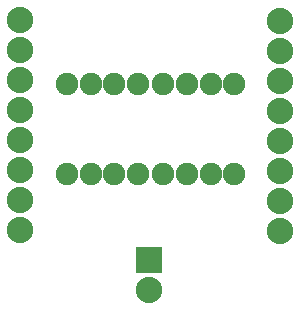
<source format=gts>
G04 MADE WITH FRITZING*
G04 WWW.FRITZING.ORG*
G04 DOUBLE SIDED*
G04 HOLES PLATED*
G04 CONTOUR ON CENTER OF CONTOUR VECTOR*
%ASAXBY*%
%FSLAX23Y23*%
%MOIN*%
%OFA0B0*%
%SFA1.0B1.0*%
%ADD10C,0.088000*%
%ADD11C,0.075000*%
%ADD12R,0.088000X0.088000*%
%LNMASK1*%
G90*
G70*
G54D10*
X70Y1046D03*
X70Y946D03*
X70Y846D03*
X70Y746D03*
X70Y646D03*
X70Y546D03*
X70Y446D03*
X70Y346D03*
X70Y1046D03*
X70Y946D03*
X70Y846D03*
X70Y746D03*
X70Y646D03*
X70Y546D03*
X70Y446D03*
X70Y346D03*
X937Y1045D03*
X937Y945D03*
X937Y845D03*
X937Y745D03*
X937Y645D03*
X937Y545D03*
X937Y445D03*
X937Y345D03*
X937Y1045D03*
X937Y945D03*
X937Y845D03*
X937Y745D03*
X937Y645D03*
X937Y545D03*
X937Y445D03*
X937Y345D03*
G54D11*
X546Y835D03*
X625Y835D03*
X704Y835D03*
X783Y835D03*
X546Y535D03*
X625Y535D03*
X704Y535D03*
X783Y535D03*
X225Y535D03*
X304Y535D03*
X382Y535D03*
X461Y535D03*
X225Y835D03*
X304Y835D03*
X382Y835D03*
X461Y835D03*
G54D10*
X500Y246D03*
X500Y146D03*
G54D12*
X500Y246D03*
G04 End of Mask1*
M02*
</source>
